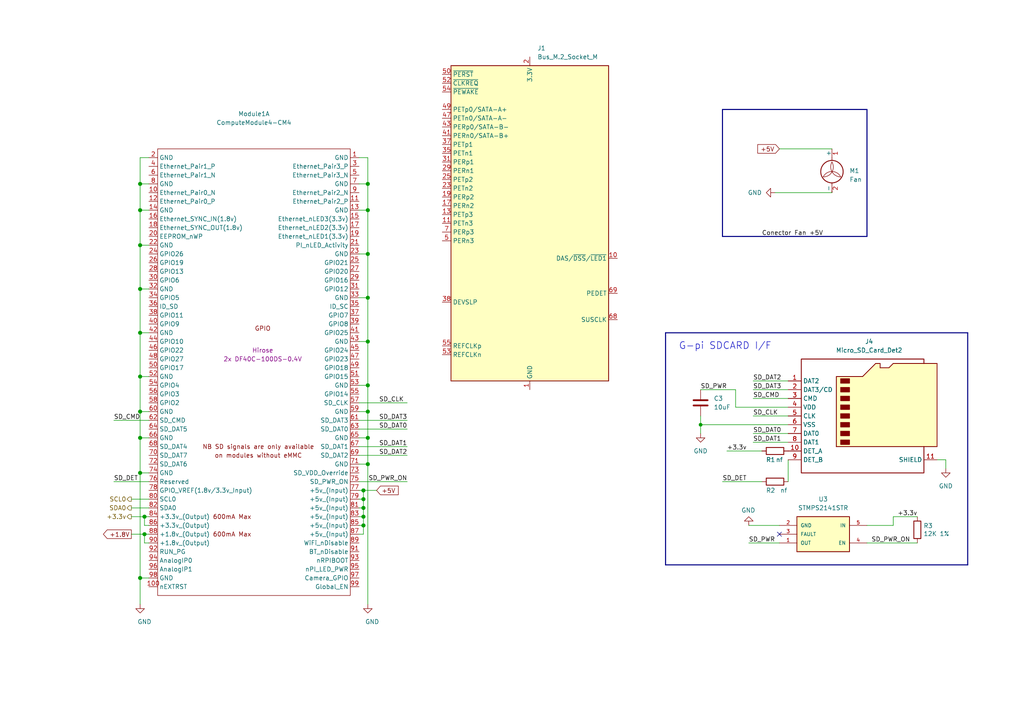
<source format=kicad_sch>
(kicad_sch (version 20230121) (generator eeschema)
  (paper "A4")
  (title_block (title "base") (date "2024-07-13") (rev "v01") (comment 2 "creativecommons.org/licenses/by-sa/4.0") (comment 3 "License: CC BY 4.0") (comment 4 "Author: Lucas Gomes "))
  (lib_symbols
    (symbol "CM4IO:ComputeModule4-CM4"
      (property "Reference" "Module" (at 113.03 -68.58 0))
      (property "Value" "ComputeModule4-CM4" (at 140.97 2.54 0))
      (property "Manufacturer" "Hirose" (at 0 0 0))
      (property "MPN" "2x DF40C-100DS-0.4V" (at 0 -2.54 0))
      (property "MPN (Alt)" "2x DF40HC(3.0)-100DS-0.4V" (at 0 0 0))
      (symbol "ComputeModule4-CM4_1_0"
        (text "GPIO" (at 0 6.35 0) (effects (font (size 1.27 1.27))))
      )
      (symbol "ComputeModule4-CM4_1_1"
        (rectangle (start -30.48 -71.12) (end 25.4 58.42))
        (text "600mA Max" (at -8.89 -53.34 0) (effects (font (size 1.27 1.27))))
        (text "600mA Max" (at -8.89 -48.26 0) (effects (font (size 1.27 1.27))))
        (text "NB SD signals are only available" (at -1.27 -27.94 0) (effects (font (size 1.27 1.27))))
        (text "on modules without eMMC" (at -1.27 -30.48 0) (effects (font (size 1.27 1.27))))
        (pin power_in line (at 27.94 55.88 180) (length 2.54) (name "GND") (number "1"))
        (pin passive line (at -33.02 45.72 0) (length 2.54) (name "Ethernet_Pair0_N") (number "10"))
        (pin output line (at -33.02 -68.58 0) (length 2.54) (name "nEXTRST") (number "100"))
        (pin passive line (at 27.94 43.18 180) (length 2.54) (name "Ethernet_Pair2_P") (number "11"))
        (pin passive line (at -33.02 43.18 0) (length 2.54) (name "Ethernet_Pair0_P") (number "12"))
        (pin power_in line (at 27.94 40.64 180) (length 2.54) (name "GND") (number "13"))
        (pin power_in line (at -33.02 40.64 0) (length 2.54) (name "GND") (number "14"))
        (pin output line (at 27.94 38.1 180) (length 2.54) (name "Ethernet_nLED3(3.3v)") (number "15"))
        (pin input line (at -33.02 38.1 0) (length 2.54) (name "Ethernet_SYNC_IN(1.8v)") (number "16"))
        (pin output line (at 27.94 35.56 180) (length 2.54) (name "Ethernet_nLED2(3.3v)") (number "17"))
        (pin input line (at -33.02 35.56 0) (length 2.54) (name "Ethernet_SYNC_OUT(1.8v)") (number "18"))
        (pin output line (at 27.94 33.02 180) (length 2.54) (name "Ethernet_nLED1(3.3v)") (number "19"))
        (pin power_in line (at -33.02 55.88 0) (length 2.54) (name "GND") (number "2"))
        (pin passive line (at -33.02 33.02 0) (length 2.54) (name "EEPROM_nWP") (number "20"))
        (pin open_collector line (at 27.94 30.48 180) (length 2.54) (name "PI_nLED_Activity") (number "21"))
        (pin power_in line (at -33.02 30.48 0) (length 2.54) (name "GND") (number "22"))
        (pin power_in line (at 27.94 27.94 180) (length 2.54) (name "GND") (number "23"))
        (pin passive line (at -33.02 27.94 0) (length 2.54) (name "GPIO26") (number "24"))
        (pin passive line (at 27.94 25.4 180) (length 2.54) (name "GPIO21") (number "25"))
        (pin passive line (at -33.02 25.4 0) (length 2.54) (name "GPIO19") (number "26"))
        (pin passive line (at 27.94 22.86 180) (length 2.54) (name "GPIO20") (number "27"))
        (pin passive line (at -33.02 22.86 0) (length 2.54) (name "GPIO13") (number "28"))
        (pin passive line (at 27.94 20.32 180) (length 2.54) (name "GPIO16") (number "29"))
        (pin passive line (at 27.94 53.34 180) (length 2.54) (name "Ethernet_Pair3_P") (number "3"))
        (pin passive line (at -33.02 20.32 0) (length 2.54) (name "GPIO6") (number "30"))
        (pin passive line (at 27.94 17.78 180) (length 2.54) (name "GPIO12") (number "31"))
        (pin power_in line (at -33.02 17.78 0) (length 2.54) (name "GND") (number "32"))
        (pin power_in line (at 27.94 15.24 180) (length 2.54) (name "GND") (number "33"))
        (pin passive line (at -33.02 15.24 0) (length 2.54) (name "GPIO5") (number "34"))
        (pin passive line (at 27.94 12.7 180) (length 2.54) (name "ID_SC") (number "35"))
        (pin passive line (at -33.02 12.7 0) (length 2.54) (name "ID_SD") (number "36"))
        (pin passive line (at 27.94 10.16 180) (length 2.54) (name "GPIO7") (number "37"))
        (pin passive line (at -33.02 10.16 0) (length 2.54) (name "GPIO11") (number "38"))
        (pin passive line (at 27.94 7.62 180) (length 2.54) (name "GPIO8") (number "39"))
        (pin passive line (at -33.02 53.34 0) (length 2.54) (name "Ethernet_Pair1_P") (number "4"))
        (pin passive line (at -33.02 7.62 0) (length 2.54) (name "GPIO9") (number "40"))
        (pin passive line (at 27.94 5.08 180) (length 2.54) (name "GPIO25") (number "41"))
        (pin power_in line (at -33.02 5.08 0) (length 2.54) (name "GND") (number "42"))
        (pin power_in line (at 27.94 2.54 180) (length 2.54) (name "GND") (number "43"))
        (pin passive line (at -33.02 2.54 0) (length 2.54) (name "GPIO10") (number "44"))
        (pin passive line (at 27.94 0 180) (length 2.54) (name "GPIO24") (number "45"))
        (pin passive line (at -33.02 0 0) (length 2.54) (name "GPIO22") (number "46"))
        (pin passive line (at 27.94 -2.54 180) (length 2.54) (name "GPIO23") (number "47"))
        (pin passive line (at -33.02 -2.54 0) (length 2.54) (name "GPIO27") (number "48"))
        (pin passive line (at 27.94 -5.08 180) (length 2.54) (name "GPIO18") (number "49"))
        (pin passive line (at 27.94 50.8 180) (length 2.54) (name "Ethernet_Pair3_N") (number "5"))
        (pin passive line (at -33.02 -5.08 0) (length 2.54) (name "GPIO17") (number "50"))
        (pin passive line (at 27.94 -7.62 180) (length 2.54) (name "GPIO15") (number "51"))
        (pin power_in line (at -33.02 -7.62 0) (length 2.54) (name "GND") (number "52"))
        (pin power_in line (at 27.94 -10.16 180) (length 2.54) (name "GND") (number "53"))
        (pin passive line (at -33.02 -10.16 0) (length 2.54) (name "GPIO4") (number "54"))
        (pin passive line (at 27.94 -12.7 180) (length 2.54) (name "GPIO14") (number "55"))
        (pin passive line (at -33.02 -12.7 0) (length 2.54) (name "GPIO3") (number "56"))
        (pin passive line (at 27.94 -15.24 180) (length 2.54) (name "SD_CLK") (number "57"))
        (pin passive line (at -33.02 -15.24 0) (length 2.54) (name "GPIO2") (number "58"))
        (pin power_in line (at 27.94 -17.78 180) (length 2.54) (name "GND") (number "59"))
        (pin passive line (at -33.02 50.8 0) (length 2.54) (name "Ethernet_Pair1_N") (number "6"))
        (pin power_in line (at -33.02 -17.78 0) (length 2.54) (name "GND") (number "60"))
        (pin passive line (at 27.94 -20.32 180) (length 2.54) (name "SD_DAT3") (number "61"))
        (pin passive line (at -33.02 -20.32 0) (length 2.54) (name "SD_CMD") (number "62"))
        (pin passive line (at 27.94 -22.86 180) (length 2.54) (name "SD_DAT0") (number "63"))
        (pin passive line (at -33.02 -22.86 0) (length 2.54) (name "SD_DAT5") (number "64"))
        (pin power_in line (at 27.94 -25.4 180) (length 2.54) (name "GND") (number "65"))
        (pin power_in line (at -33.02 -25.4 0) (length 2.54) (name "GND") (number "66"))
        (pin passive line (at 27.94 -27.94 180) (length 2.54) (name "SD_DAT1") (number "67"))
        (pin passive line (at -33.02 -27.94 0) (length 2.54) (name "SD_DAT4") (number "68"))
        (pin passive line (at 27.94 -30.48 180) (length 2.54) (name "SD_DAT2") (number "69"))
        (pin power_in line (at 27.94 48.26 180) (length 2.54) (name "GND") (number "7"))
        (pin passive line (at -33.02 -30.48 0) (length 2.54) (name "SD_DAT7") (number "70"))
        (pin power_in line (at 27.94 -33.02 180) (length 2.54) (name "GND") (number "71"))
        (pin passive line (at -33.02 -33.02 0) (length 2.54) (name "SD_DAT6") (number "72"))
        (pin input line (at 27.94 -35.56 180) (length 2.54) (name "SD_VDD_Override") (number "73"))
        (pin power_in line (at -33.02 -35.56 0) (length 2.54) (name "GND") (number "74"))
        (pin output line (at 27.94 -38.1 180) (length 2.54) (name "SD_PWR_ON") (number "75"))
        (pin passive line (at -33.02 -38.1 0) (length 2.54) (name "Reserved") (number "76"))
        (pin power_in line (at 27.94 -40.64 180) (length 2.54) (name "+5v_(Input)") (number "77"))
        (pin power_in line (at -33.02 -40.64 0) (length 2.54) (name "GPIO_VREF(1.8v/3.3v_Input)") (number "78"))
        (pin power_in line (at 27.94 -43.18 180) (length 2.54) (name "+5v_(Input)") (number "79"))
        (pin power_in line (at -33.02 48.26 0) (length 2.54) (name "GND") (number "8"))
        (pin passive line (at -33.02 -43.18 0) (length 2.54) (name "SCL0") (number "80"))
        (pin power_in line (at 27.94 -45.72 180) (length 2.54) (name "+5v_(Input)") (number "81"))
        (pin passive line (at -33.02 -45.72 0) (length 2.54) (name "SDA0") (number "82"))
        (pin power_in line (at 27.94 -48.26 180) (length 2.54) (name "+5v_(Input)") (number "83"))
        (pin power_out line (at -33.02 -48.26 0) (length 2.54) (name "+3.3v_(Output)") (number "84"))
        (pin power_in line (at 27.94 -50.8 180) (length 2.54) (name "+5v_(Input)") (number "85"))
        (pin power_out line (at -33.02 -50.8 0) (length 2.54) (name "+3.3v_(Output)") (number "86"))
        (pin power_in line (at 27.94 -53.34 180) (length 2.54) (name "+5v_(Input)") (number "87"))
        (pin power_out line (at -33.02 -53.34 0) (length 2.54) (name "+1.8v_(Output)") (number "88"))
        (pin power_in line (at 27.94 -55.88 180) (length 2.54) (name "WiFi_nDisable") (number "89"))
        (pin passive line (at 27.94 45.72 180) (length 2.54) (name "Ethernet_Pair2_N") (number "9"))
        (pin power_out line (at -33.02 -55.88 0) (length 2.54) (name "+1.8v_(Output)") (number "90"))
        (pin power_in line (at 27.94 -58.42 180) (length 2.54) (name "BT_nDisable") (number "91"))
        (pin passive line (at -33.02 -58.42 0) (length 2.54) (name "RUN_PG") (number "92"))
        (pin input line (at 27.94 -60.96 180) (length 2.54) (name "nRPIBOOT") (number "93"))
        (pin passive line (at -33.02 -60.96 0) (length 2.54) (name "AnalogIP0") (number "94"))
        (pin output line (at 27.94 -63.5 180) (length 2.54) (name "nPI_LED_PWR") (number "95"))
        (pin passive line (at -33.02 -63.5 0) (length 2.54) (name "AnalogIP1") (number "96"))
        (pin passive line (at 27.94 -66.04 180) (length 2.54) (name "Camera_GPIO") (number "97"))
        (pin power_in line (at -33.02 -66.04 0) (length 2.54) (name "GND") (number "98"))
        (pin input line (at 27.94 -68.58 180) (length 2.54) (name "Global_EN") (number "99"))
      )
      (symbol "ComputeModule4-CM4_2_1"
        (rectangle (start 114.3 -66.04) (end 165.1 63.5))
        (text "High Speed Serial" (at 140.97 0 0) (effects (font (size 1.27 1.27))))
        (pin input line (at 170.18 60.96 180) (length 5.08) (name "USB_OTG_ID") (number "101"))
        (pin input line (at 109.22 60.96 0) (length 5.08) (name "PCIe_CLK_nREQ") (number "102"))
        (pin passive line (at 170.18 58.42 180) (length 5.08) (name "USB2_N") (number "103"))
        (pin passive line (at 109.22 58.42 0) (length 5.08) (name "Reserved") (number "104"))
        (pin passive line (at 170.18 55.88 180) (length 5.08) (name "USB2_P") (number "105"))
        (pin passive line (at 109.22 55.88 0) (length 5.08) (name "Reserved") (number "106"))
        (pin power_in line (at 170.18 53.34 180) (length 5.08) (name "GND") (number "107"))
        (pin power_in line (at 109.22 53.34 0) (length 5.08) (name "GND") (number "108"))
        (pin bidirectional line (at 170.18 50.8 180) (length 5.08) (name "PCIe_nRST") (number "109"))
        (pin output line (at 109.22 50.8 0) (length 5.08) (name "PCIe_CLK_P") (number "110"))
        (pin passive line (at 170.18 48.26 180) (length 5.08) (name "VDAC_COMP") (number "111"))
        (pin output line (at 109.22 48.26 0) (length 5.08) (name "PCIe_CLK_N") (number "112"))
        (pin power_in line (at 170.18 45.72 180) (length 5.08) (name "GND") (number "113"))
        (pin power_in line (at 109.22 45.72 0) (length 5.08) (name "GND") (number "114"))
        (pin input line (at 170.18 43.18 180) (length 5.08) (name "CAM1_D0_N") (number "115"))
        (pin input line (at 109.22 43.18 0) (length 5.08) (name "PCIe_RX_P") (number "116"))
        (pin input line (at 170.18 40.64 180) (length 5.08) (name "CAM1_D0_P") (number "117"))
        (pin input line (at 109.22 40.64 0) (length 5.08) (name "PCIe_RX_N") (number "118"))
        (pin power_in line (at 170.18 38.1 180) (length 5.08) (name "GND") (number "119"))
        (pin power_in line (at 109.22 38.1 0) (length 5.08) (name "GND") (number "120"))
        (pin input line (at 170.18 35.56 180) (length 5.08) (name "CAM1_D1_N") (number "121"))
        (pin output line (at 109.22 35.56 0) (length 5.08) (name "PCIe_TX_P") (number "122"))
        (pin input line (at 170.18 33.02 180) (length 5.08) (name "CAM1_D1_P") (number "123"))
        (pin output line (at 109.22 33.02 0) (length 5.08) (name "PCIe_TX_N") (number "124"))
        (pin power_in line (at 170.18 30.48 180) (length 5.08) (name "GND") (number "125"))
        (pin power_in line (at 109.22 30.48 0) (length 5.08) (name "GND") (number "126"))
        (pin input line (at 170.18 27.94 180) (length 5.08) (name "CAM1_C_N") (number "127"))
        (pin input line (at 109.22 27.94 0) (length 5.08) (name "CAM0_D0_N") (number "128"))
        (pin input line (at 170.18 25.4 180) (length 5.08) (name "CAM1_C_P") (number "129"))
        (pin input line (at 109.22 25.4 0) (length 5.08) (name "CAM0_D0_P") (number "130"))
        (pin power_in line (at 170.18 22.86 180) (length 5.08) (name "GND") (number "131"))
        (pin power_in line (at 109.22 22.86 0) (length 5.08) (name "GND") (number "132"))
        (pin input line (at 170.18 20.32 180) (length 5.08) (name "CAM1_D2_N") (number "133"))
        (pin input line (at 109.22 20.32 0) (length 5.08) (name "CAM0_D1_N") (number "134"))
        (pin input line (at 170.18 17.78 180) (length 5.08) (name "CAM1_D2_P") (number "135"))
        (pin input line (at 109.22 17.78 0) (length 5.08) (name "CAM0_D1_P") (number "136"))
        (pin power_in line (at 170.18 15.24 180) (length 5.08) (name "GND") (number "137"))
        (pin power_in line (at 109.22 15.24 0) (length 5.08) (name "GND") (number "138"))
        (pin input line (at 170.18 12.7 180) (length 5.08) (name "CAM1_D3_N") (number "139"))
        (pin input line (at 109.22 12.7 0) (length 5.08) (name "CAM0_C_N") (number "140"))
        (pin input line (at 170.18 10.16 180) (length 5.08) (name "CAM1_D3_P") (number "141"))
        (pin input line (at 109.22 10.16 0) (length 5.08) (name "CAM0_C_P") (number "142"))
        (pin input line (at 170.18 7.62 180) (length 5.08) (name "HDMI1_HOTPLUG") (number "143"))
        (pin power_in line (at 109.22 7.62 0) (length 5.08) (name "GND") (number "144"))
        (pin bidirectional line (at 170.18 5.08 180) (length 5.08) (name "HDMI1_SDA") (number "145"))
        (pin output line (at 109.22 5.08 0) (length 5.08) (name "HDMI1_TX2_P") (number "146"))
        (pin open_collector line (at 170.18 2.54 180) (length 5.08) (name "HDMI1_SCL") (number "147"))
        (pin output line (at 109.22 2.54 0) (length 5.08) (name "HDMI1_TX2_N") (number "148"))
        (pin open_collector line (at 170.18 0 180) (length 5.08) (name "HDMI1_CEC") (number "149"))
        (pin power_in line (at 109.22 0 0) (length 5.08) (name "GND") (number "150"))
        (pin open_collector line (at 170.18 -2.54 180) (length 5.08) (name "HDMI0_CEC") (number "151"))
        (pin output line (at 109.22 -2.54 0) (length 5.08) (name "HDMI1_TX1_P") (number "152"))
        (pin input line (at 170.18 -5.08 180) (length 5.08) (name "HDMI0_HOTPLUG") (number "153"))
        (pin output line (at 109.22 -5.08 0) (length 5.08) (name "HDMI1_TX1_N") (number "154"))
        (pin power_in line (at 170.18 -7.62 180) (length 5.08) (name "GND") (number "155"))
        (pin power_in line (at 109.22 -7.62 0) (length 5.08) (name "GND") (number "156"))
        (pin output line (at 170.18 -10.16 180) (length 5.08) (name "DSI0_D0_N") (number "157"))
        (pin output line (at 109.22 -10.16 0) (length 5.08) (name "HDMI1_TX0_P") (number "158"))
        (pin output line (at 170.18 -12.7 180) (length 5.08) (name "DSI0_D0_P") (number "159"))
        (pin output line (at 109.22 -12.7 0) (length 5.08) (name "HDMI1_TX0_N") (number "160"))
        (pin power_in line (at 170.18 -15.24 180) (length 5.08) (name "GND") (number "161"))
        (pin power_in line (at 109.22 -15.24 0) (length 5.08) (name "GND") (number "162"))
        (pin output line (at 170.18 -17.78 180) (length 5.08) (name "DSI0_D1_N") (number "163"))
        (pin output line (at 109.22 -17.78 0) (length 5.08) (name "HDMI1_CLK_P") (number "164"))
        (pin output line (at 170.18 -20.32 180) (length 5.08) (name "DSI0_D1_P") (number "165"))
        (pin output line (at 109.22 -20.32 0) (length 5.08) (name "HDMI1_CLK_N") (number "166"))
        (pin power_in line (at 170.18 -22.86 180) (length 5.08) (name "GND") (number "167"))
        (pin power_in line (at 109.22 -22.86 0) (length 5.08) (name "GND") (number "168"))
        (pin output line (at 170.18 -25.4 180) (length 5.08) (name "DSI0_C_N") (number "169"))
        (pin output line (at 109.22 -25.4 0) (length 5.08) (name "HDMI0_TX2_P") (number "170"))
        (pin output line (at 170.18 -27.94 180) (length 5.08) (name "DSI0_C_P") (number "171"))
        (pin output line (at 109.22 -27.94 0) (length 5.08) (name "HDMI0_TX2_N") (number "172"))
        (pin power_in line (at 170.18 -30.48 180) (length 5.08) (name "GND") (number "173"))
        (pin power_in line (at 109.22 -30.48 0) (length 5.08) (name "GND") (number "174"))
        (pin output line (at 170.18 -33.02 180) (length 5.08) (name "DSI1_D0_N") (number "175"))
        (pin output line (at 109.22 -33.02 0) (length 5.08) (name "HDMI0_TX1_P") (number "176"))
        (pin output line (at 170.18 -35.56 180) (length 5.08) (name "DSI1_D0_P") (number "177"))
        (pin output line (at 109.22 -35.56 0) (length 5.08) (name "HDMI0_TX1_N") (number "178"))
        (pin power_in line (at 170.18 -38.1 180) (length 5.08) (name "GND") (number "179"))
        (pin power_in line (at 109.22 -38.1 0) (length 5.08) (name "GND") (number "180"))
        (pin output line (at 170.18 -40.64 180) (length 5.08) (name "DSI1_D1_N") (number "181"))
        (pin output line (at 109.22 -40.64 0) (length 5.08) (name "HDMI0_TX0_P") (number "182"))
        (pin output line (at 170.18 -43.18 180) (length 5.08) (name "DSI1_D1_P") (number "183"))
        (pin output line (at 109.22 -43.18 0) (length 5.08) (name "HDMI0_TX0_N") (number "184"))
        (pin power_in line (at 170.18 -45.72 180) (length 5.08) (name "GND") (number "185"))
        (pin power_in line (at 109.22 -45.72 0) (length 5.08) (name "GND") (number "186"))
        (pin output line (at 170.18 -48.26 180) (length 5.08) (name "DSI1_C_N") (number "187"))
        (pin output line (at 109.22 -48.26 0) (length 5.08) (name "HDMI0_CLK_P") (number "188"))
        (pin output line (at 170.18 -50.8 180) (length 5.08) (name "DSI1_C_P") (number "189"))
        (pin output line (at 109.22 -50.8 0) (length 5.08) (name "HDMI0_CLK_N") (number "190"))
        (pin power_in line (at 170.18 -53.34 180) (length 5.08) (name "GND") (number "191"))
        (pin power_in line (at 109.22 -53.34 0) (length 5.08) (name "GND") (number "192"))
        (pin output line (at 170.18 -55.88 180) (length 5.08) (name "DSI1_D2_N") (number "193"))
        (pin output line (at 109.22 -55.88 0) (length 5.08) (name "DSI1_D3_N") (number "194"))
        (pin output line (at 170.18 -58.42 180) (length 5.08) (name "DSI1_D2_P") (number "195"))
        (pin output line (at 109.22 -58.42 0) (length 5.08) (name "DSI1_D3_P") (number "196"))
        (pin power_in line (at 170.18 -60.96 180) (length 5.08) (name "GND") (number "197"))
        (pin power_in line (at 109.22 -60.96 0) (length 5.08) (name "GND") (number "198"))
        (pin bidirectional line (at 170.18 -63.5 180) (length 5.08) (name "HDMI0_SDA") (number "199"))
        (pin open_collector line (at 109.22 -63.5 0) (length 5.08) (name "HDMI0_SCL") (number "200"))
      )
    )
    (symbol "Connector:Bus_M.2_Socket_M"
      (property "Reference" "J" (at -22.86 46.99 0))
      (property "Value" "Bus_M.2_Socket_M" (at 16.51 46.99 0))
      (symbol "Bus_M.2_Socket_M_0_1"
        (rectangle (start -22.86 45.72) (end 22.86 -45.72) (stroke (width 0.254)) (fill (type background)))
      )
      (symbol "Bus_M.2_Socket_M_1_1"
        (pin power_in line (at 0 -48.26 90) (length 2.54) (name "GND") (number "1"))
        (pin bidirectional line (at 25.4 -10.16 180) (length 2.54) (name "DAS/~{DSS}/~{LED1}") (number "10"))
        (pin output line (at -25.4 0 0) (length 2.54) (name "PETn3") (number "11"))
        (pin passive line (at 0 48.26 270) (length 2.54) hide (name "3.3V") (number "12"))
        (pin output line (at -25.4 2.54 0) (length 2.54) (name "PETp3") (number "13"))
        (pin passive line (at 0 48.26 270) (length 2.54) hide (name "3.3V") (number "14"))
        (pin passive line (at 0 -48.26 90) (length 2.54) hide (name "GND") (number "15"))
        (pin passive line (at 0 48.26 270) (length 2.54) hide (name "3.3V") (number "16"))
        (pin input line (at -25.4 5.08 0) (length 2.54) (name "PERn2") (number "17"))
        (pin passive line (at 0 48.26 270) (length 2.54) hide (name "3.3V") (number "18"))
        (pin input line (at -25.4 7.62 0) (length 2.54) (name "PERp2") (number "19"))
        (pin power_in line (at 0 48.26 270) (length 2.54) (name "3.3V") (number "2"))
        (pin no_connect line (at 22.86 2.54 180) (length 2.54) hide (name "NC") (number "20"))
        (pin passive line (at 0 -48.26 90) (length 2.54) hide (name "GND") (number "21"))
        (pin no_connect line (at 22.86 5.08 180) (length 2.54) hide (name "NC") (number "22"))
        (pin output line (at -25.4 10.16 0) (length 2.54) (name "PETn2") (number "23"))
        (pin no_connect line (at 22.86 7.62 180) (length 2.54) hide (name "NC") (number "24"))
        (pin output line (at -25.4 12.7 0) (length 2.54) (name "PETp2") (number "25"))
        (pin no_connect line (at 22.86 10.16 180) (length 2.54) hide (name "NC") (number "26"))
        (pin passive line (at 0 -48.26 90) (length 2.54) hide (name "GND") (number "27"))
        (pin no_connect line (at 22.86 12.7 180) (length 2.54) hide (name "NC") (number "28"))
        (pin input line (at -25.4 15.24 0) (length 2.54) (name "PERn1") (number "29"))
        (pin passive line (at 0 -48.26 90) (length 2.54) hide (name "GND") (number "3"))
        (pin no_connect line (at 22.86 15.24 180) (length 2.54) hide (name "NC") (number "30"))
        (pin input line (at -25.4 17.78 0) (length 2.54) (name "PERp1") (number "31"))
        (pin no_connect line (at 22.86 17.78 180) (length 2.54) hide (name "NC") (number "32"))
        (pin passive line (at 0 -48.26 90) (length 2.54) hide (name "GND") (number "33"))
        (pin no_connect line (at 22.86 20.32 180) (length 2.54) hide (name "NC") (number "34"))
        (pin output line (at -25.4 20.32 0) (length 2.54) (name "PETn1") (number "35"))
        (pin no_connect line (at 22.86 22.86 180) (length 2.54) hide (name "NC") (number "36"))
        (pin output line (at -25.4 22.86 0) (length 2.54) (name "PETp1") (number "37"))
        (pin output line (at -25.4 -22.86 0) (length 2.54) (name "DEVSLP") (number "38"))
        (pin passive line (at 0 -48.26 90) (length 2.54) hide (name "GND") (number "39"))
        (pin passive line (at 0 48.26 270) (length 2.54) hide (name "3.3V") (number "4"))
        (pin no_connect line (at 22.86 25.4 180) (length 2.54) hide (name "NC") (number "40"))
        (pin input line (at -25.4 25.4 0) (length 2.54) (name "PERn0/SATA-B+") (number "41"))
        (pin no_connect line (at 22.86 27.94 180) (length 2.54) hide (name "NC") (number "42"))
        (pin input line (at -25.4 27.94 0) (length 2.54) (name "PERp0/SATA-B-") (number "43"))
        (pin no_connect line (at 22.86 30.48 180) (length 2.54) hide (name "NC") (number "44"))
        (pin passive line (at 0 -48.26 90) (length 2.54) hide (name "GND") (number "45"))
        (pin no_connect line (at 22.86 33.02 180) (length 2.54) hide (name "NC") (number "46"))
        (pin output line (at -25.4 30.48 0) (length 2.54) (name "PETn0/SATA-A-") (number "47"))
        (pin no_connect line (at 22.86 35.56 180) (length 2.54) hide (name "NC") (number "48"))
        (pin output line (at -25.4 33.02 0) (length 2.54) (name "PETp0/SATA-A+") (number "49"))
        (pin input line (at -25.4 -5.08 0) (length 2.54) (name "PERn3") (number "5"))
        (pin output line (at -25.4 43.18 0) (length 2.54) (name "~{PERST}") (number "50"))
        (pin passive line (at 0 -48.26 90) (length 2.54) hide (name "GND") (number "51"))
        (pin bidirectional line (at -25.4 40.64 0) (length 2.54) (name "~{CLKREQ}") (number "52"))
        (pin output line (at -25.4 -38.1 0) (length 2.54) (name "REFCLKn") (number "53"))
        (pin bidirectional line (at -25.4 38.1 0) (length 2.54) (name "~{PEWAKE}") (number "54"))
        (pin output line (at -25.4 -35.56 0) (length 2.54) (name "REFCLKp") (number "55"))
        (pin no_connect line (at 22.86 38.1 180) (length 2.54) hide (name "NC") (number "56"))
        (pin passive line (at 0 -48.26 90) (length 2.54) hide (name "GND") (number "57"))
        (pin no_connect line (at 22.86 40.64 180) (length 2.54) hide (name "NC") (number "58"))
        (pin no_connect line (at 22.86 -2.54 180) (length 2.54) hide (name "NC") (number "6"))
        (pin no_connect line (at 22.86 -5.08 180) (length 2.54) hide (name "NC") (number "67"))
        (pin output line (at 25.4 -27.94 180) (length 2.54) (name "SUSCLK") (number "68"))
        (pin passive line (at 25.4 -20.32 180) (length 2.54) (name "PEDET") (number "69"))
        (pin input line (at -25.4 -2.54 0) (length 2.54) (name "PERp3") (number "7"))
        (pin passive line (at 0 48.26 270) (length 2.54) hide (name "3.3V") (number "70"))
        (pin passive line (at 0 -48.26 90) (length 2.54) hide (name "GND") (number "71"))
        (pin passive line (at 0 48.26 270) (length 2.54) hide (name "3.3V") (number "72"))
        (pin passive line (at 0 -48.26 90) (length 2.54) hide (name "GND") (number "73"))
        (pin passive line (at 0 48.26 270) (length 2.54) hide (name "3.3V") (number "74"))
        (pin passive line (at 0 -48.26 90) (length 2.54) hide (name "GND") (number "75"))
        (pin no_connect line (at 22.86 0 180) (length 2.54) hide (name "NC") (number "8"))
        (pin passive line (at 0 -48.26 90) (length 2.54) hide (name "GND") (number "9"))
      )
    )
    (symbol "Connector:Micro_SD_Card_Det2"
      (property "Reference" "J" (at -16.51 17.78 0))
      (property "Value" "Micro_SD_Card_Det2" (at 16.51 17.78 0))
      (symbol "Micro_SD_Card_Det2_0_1"
        (rectangle (start -7.62 -6.985) (end -5.08 -8.255) (stroke (width 0.254)) (fill (type outline)))
        (rectangle (start -7.62 -4.445) (end -5.08 -5.715) (stroke (width 0.254)) (fill (type outline)))
        (rectangle (start -7.62 -1.905) (end -5.08 -3.175) (stroke (width 0.254)) (fill (type outline)))
        (rectangle (start -7.62 0.635) (end -5.08 -0.635) (stroke (width 0.254)) (fill (type outline)))
        (rectangle (start -7.62 3.175) (end -5.08 1.905) (stroke (width 0.254)) (fill (type outline)))
        (rectangle (start -7.62 5.715) (end -5.08 4.445) (stroke (width 0.254)) (fill (type outline)))
        (rectangle (start -7.62 8.255) (end -5.08 6.985) (stroke (width 0.254)) (fill (type outline)))
        (rectangle (start -7.62 10.795) (end -5.08 9.525) (stroke (width 0.254)) (fill (type outline)))
        (polyline (pts (xy 16.51 15.24) (xy 16.51 16.51) (xy -19.05 16.51) (xy -19.05 -16.51) (xy 16.51 -16.51) (xy 16.51 -8.89)) (stroke (width 0.254)))
        (polyline (pts (xy -8.89 -8.89) (xy -8.89 11.43) (xy -1.27 11.43) (xy 2.54 15.24) (xy 3.81 15.24) (xy 3.81 13.97) (xy 6.35 13.97) (xy 7.62 15.24) (xy 20.32 15.24) (xy 20.32 -8.89) (xy -8.89 -8.89)) (stroke (width 0.254)) (fill (type background)))
      )
      (symbol "Micro_SD_Card_Det2_1_1"
        (pin bidirectional line (at -22.86 10.16 0) (length 3.81) (name "DAT2") (number "1"))
        (pin passive line (at -22.86 -10.16 0) (length 3.81) (name "DET_A") (number "10"))
        (pin passive line (at 20.32 -12.7 180) (length 3.81) (name "SHIELD") (number "11"))
        (pin bidirectional line (at -22.86 7.62 0) (length 3.81) (name "DAT3/CD") (number "2"))
        (pin input line (at -22.86 5.08 0) (length 3.81) (name "CMD") (number "3"))
        (pin power_in line (at -22.86 2.54 0) (length 3.81) (name "VDD") (number "4"))
        (pin input line (at -22.86 0 0) (length 3.81) (name "CLK") (number "5"))
        (pin power_in line (at -22.86 -2.54 0) (length 3.81) (name "VSS") (number "6"))
        (pin bidirectional line (at -22.86 -5.08 0) (length 3.81) (name "DAT0") (number "7"))
        (pin bidirectional line (at -22.86 -7.62 0) (length 3.81) (name "DAT1") (number "8"))
        (pin passive line (at -22.86 -12.7 0) (length 3.81) (name "DET_B") (number "9"))
      )
    )
    (symbol "Device:C" (pin_numbers hide) (pin_names (offset 0.254))
      (property "Reference" "C" (at 0.635 2.54 0))
      (property "Value" "C" (at 0.635 -2.54 0))
      (symbol "C_0_1"
        (polyline (pts (xy -2.032 -0.762) (xy 2.032 -0.762)) (stroke (width 0.508)))
        (polyline (pts (xy -2.032 0.762) (xy 2.032 0.762)) (stroke (width 0.508)))
      )
      (symbol "C_1_1"
        (pin passive line (at 0 3.81 270) (length 2.794) (name "~") (number "1"))
        (pin passive line (at 0 -3.81 90) (length 2.794) (name "~") (number "2"))
      )
    )
    (symbol "Device:R" (pin_numbers hide) (pin_names (offset 0))
      (property "Reference" "R" (at 2.032 0 90))
      (property "Value" "R" (at 0 0 90))
      (symbol "R_0_1"
        (rectangle (start -1.016 -2.54) (end 1.016 2.54) (stroke (width 0.254)))
      )
      (symbol "R_1_1"
        (pin passive line (at 0 3.81 270) (length 1.27) (name "~") (number "1"))
        (pin passive line (at 0 -3.81 90) (length 1.27) (name "~") (number "2"))
      )
    )
    (symbol "GND_1" (power) (pin_names (offset 0))
      (property "Value" "GND_1" (at 0 -3.81 0))
      (symbol "GND_1_0_1"
        (polyline (pts (xy 0 0) (xy 0 -1.27) (xy 1.27 -1.27) (xy 0 -2.54) (xy -1.27 -1.27) (xy 0 -1.27)))
      )
      (symbol "GND_1_1_1"
        (pin power_in line (at 0 0 270) (length 0) hide (name "GND") (number "1"))
      )
    )
    (symbol "Motor:Fan" (pin_names (offset 0))
      (property "Reference" "M" (at 2.54 5.08 0))
      (property "Value" "Fan" (at 2.54 -2.54 0))
      (symbol "Fan_0_1"
        (arc (start -2.54 -0.508) (mid 0.0028 0.9121) (end 0 3.81))
        (polyline (pts (xy 0 -5.08) (xy 0 -4.572)))
        (polyline (pts (xy 0 -2.2352) (xy 0 -2.6416)))
        (polyline (pts (xy 0 4.2672) (xy 0 4.6228)))
        (polyline (pts (xy 0 4.572) (xy 0 5.08)))
        (circle (center 0 1.016) (radius 3.2512) (stroke (width 0.254)))
        (arc (start 0 3.81) (mid 0.053 0.921) (end 2.54 -0.508))
        (arc (start 2.54 -0.508) (mid 0 1.0618) (end -2.54 -0.508))
      )
      (symbol "Fan_1_1"
        (pin passive line (at 0 7.62 270) (length 2.54) (name "+") (number "1"))
        (pin passive line (at 0 -5.08 90) (length 2.54) (name "-") (number "2"))
      )
    )
    (symbol "STMPS2141STR:STMPS2141STR" (pin_names (offset 1.016))
      (property "Reference" "U" (at -7.3664 5.3343 0))
      (property "Value" "STMPS2141STR" (at -7.38 -6.8711 0))
      (symbol "STMPS2141STR_0_0"
        (rectangle (start -7.62 -5.08) (end 7.62 5.08) (stroke (width 0.254)) (fill (type background)))
        (pin output line (at 12.7 2.54 180) (length 5.08) (name "OUT") (number "1"))
        (pin power_in line (at 12.7 -2.54 180) (length 5.08) (name "GND") (number "2"))
        (pin output line (at 12.7 0 180) (length 5.08) (name "FAULT") (number "3"))
        (pin input line (at -12.7 2.54 0) (length 5.08) (name "EN") (number "4"))
        (pin input line (at -12.7 -2.54 0) (length 5.08) (name "IN") (number "5"))
      )
    )
    (symbol "power:GND" (power) (pin_names (offset 0))
      (property "Value" "GND" (at 0 -3.81 0))
      (symbol "GND_0_1"
        (polyline (pts (xy 0 0) (xy 0 -1.27) (xy 1.27 -1.27) (xy 0 -2.54) (xy -1.27 -1.27) (xy 0 -1.27)))
      )
      (symbol "GND_1_1"
        (pin power_in line (at 0 0 270) (length 0) hide (name "GND") (number "1"))
      )
    )
  )
  (junction (at 40.64 109.22) (diameter 1.016))
  (junction (at 106.68 53.34) (diameter 1.016))
  (junction (at 106.68 86.36) (diameter 1.016))
  (junction (at 40.64 137.16) (diameter 1.016))
  (junction (at 40.64 60.96) (diameter 1.016))
  (junction (at 105.41 152.4) (diameter 1.016))
  (junction (at 40.64 127) (diameter 1.016))
  (junction (at 40.64 96.52) (diameter 1.016))
  (junction (at 105.41 144.78) (diameter 1.016))
  (junction (at 106.68 119.38) (diameter 1.016))
  (junction (at 203.2 123.19))
  (junction (at 40.64 119.38) (diameter 1.016))
  (junction (at 106.68 99.06) (diameter 1.016))
  (junction (at 106.68 127) (diameter 1.016))
  (junction (at 40.64 53.34) (diameter 1.016))
  (junction (at 106.68 134.62) (diameter 1.016))
  (junction (at 106.68 73.66) (diameter 1.016))
  (junction (at 106.68 60.96) (diameter 1.016))
  (junction (at 41.91 149.86) (diameter 1.016))
  (junction (at 105.41 142.24) (diameter 1.016))
  (junction (at 105.41 147.32) (diameter 1.016))
  (junction (at 40.64 71.12) (diameter 1.016))
  (junction (at 40.64 83.82) (diameter 1.016))
  (junction (at 40.64 167.64) (diameter 1.016))
  (junction (at 106.68 111.76) (diameter 1.016))
  (junction (at 41.91 154.94) (diameter 1.016))
  (junction (at 105.41 149.86) (diameter 1.016))
  (no_connect (at 226.06 154.94))
  (wire (pts (xy 38.1 147.32) (xy 43.18 147.32)))
  (wire (pts (xy 41.91 157.48) (xy 41.91 154.94)))
  (wire (pts (xy 274.32 133.35) (xy 274.32 135.89)))
  (wire (pts (xy 104.14 124.46) (xy 118.11 124.46)))
  (wire (pts (xy 105.41 142.24) (xy 109.22 142.24)))
  (wire (pts (xy 38.1 144.78) (xy 43.18 144.78)))
  (bus (pts (xy 280.67 96.52) (xy 280.67 163.83)))
  (wire (pts (xy 40.64 119.38) (xy 43.18 119.38)))
  (wire (pts (xy 43.18 45.72) (xy 40.64 45.72)))
  (wire (pts (xy 210.82 130.81) (xy 220.98 130.81)))
  (wire (pts (xy 40.64 167.64) (xy 43.18 167.64)))
  (wire (pts (xy 104.14 132.08) (xy 118.11 132.08)))
  (wire (pts (xy 203.2 123.19) (xy 228.6 123.19)))
  (wire (pts (xy 43.18 152.4) (xy 41.91 152.4)))
  (wire (pts (xy 106.68 119.38) (xy 106.68 127)))
  (wire (pts (xy 40.64 83.82) (xy 40.64 96.52)))
  (wire (pts (xy 104.14 53.34) (xy 106.68 53.34)))
  (wire (pts (xy 33.02 121.92) (xy 43.18 121.92)))
  (wire (pts (xy 213.36 118.11) (xy 228.6 118.11)))
  (wire (pts (xy 40.64 45.72) (xy 40.64 53.34)))
  (wire (pts (xy 104.14 60.96) (xy 106.68 60.96)))
  (wire (pts (xy 104.14 45.72) (xy 106.68 45.72)))
  (wire (pts (xy 40.64 96.52) (xy 40.64 109.22)))
  (wire (pts (xy 40.64 109.22) (xy 43.18 109.22)))
  (wire (pts (xy 104.14 134.62) (xy 106.68 134.62)))
  (wire (pts (xy 40.64 71.12) (xy 43.18 71.12)))
  (wire (pts (xy 228.6 133.35) (xy 228.6 139.7)))
  (wire (pts (xy 106.68 99.06) (xy 106.68 111.76)))
  (wire (pts (xy 40.64 96.52) (xy 43.18 96.52)))
  (wire (pts (xy 226.06 152.4) (xy 217.17 152.4)))
  (wire (pts (xy 218.44 110.49) (xy 228.6 110.49)))
  (wire (pts (xy 41.91 149.86) (xy 43.18 149.86)))
  (wire (pts (xy 226.06 157.48) (xy 217.17 157.48)))
  (wire (pts (xy 106.68 111.76) (xy 106.68 119.38)))
  (wire (pts (xy 33.02 139.7) (xy 43.18 139.7)))
  (wire (pts (xy 105.41 152.4) (xy 105.41 149.86)))
  (wire (pts (xy 104.14 152.4) (xy 105.41 152.4)))
  (wire (pts (xy 105.41 149.86) (xy 105.41 147.32)))
  (wire (pts (xy 104.14 154.94) (xy 105.41 154.94)))
  (wire (pts (xy 218.44 128.27) (xy 228.6 128.27)))
  (wire (pts (xy 104.14 149.86) (xy 105.41 149.86)))
  (wire (pts (xy 106.68 86.36) (xy 106.68 99.06)))
  (wire (pts (xy 106.68 73.66) (xy 106.68 86.36)))
  (wire (pts (xy 105.41 144.78) (xy 105.41 142.24)))
  (wire (pts (xy 40.64 83.82) (xy 43.18 83.82)))
  (wire (pts (xy 271.78 133.35) (xy 274.32 133.35)))
  (wire (pts (xy 259.08 152.4) (xy 259.08 149.86)))
  (wire (pts (xy 218.44 125.73) (xy 228.6 125.73)))
  (wire (pts (xy 105.41 147.32) (xy 105.41 144.78)))
  (wire (pts (xy 218.44 115.57) (xy 228.6 115.57)))
  (wire (pts (xy 40.64 53.34) (xy 43.18 53.34)))
  (wire (pts (xy 203.2 113.03) (xy 213.36 113.03)))
  (wire (pts (xy 104.14 142.24) (xy 105.41 142.24)))
  (wire (pts (xy 209.55 139.7) (xy 220.98 139.7)))
  (wire (pts (xy 38.1 149.86) (xy 41.91 149.86)))
  (wire (pts (xy 104.14 121.92) (xy 118.11 121.92)))
  (wire (pts (xy 40.64 53.34) (xy 40.64 60.96)))
  (wire (pts (xy 40.64 119.38) (xy 40.64 127)))
  (bus (pts (xy 193.04 96.52) (xy 280.67 96.52)))
  (wire (pts (xy 40.64 127) (xy 40.64 137.16)))
  (wire (pts (xy 104.14 86.36) (xy 106.68 86.36)))
  (wire (pts (xy 105.41 154.94) (xy 105.41 152.4)))
  (wire (pts (xy 104.14 144.78) (xy 105.41 144.78)))
  (wire (pts (xy 203.2 120.65) (xy 203.2 123.19)))
  (bus (pts (xy 280.67 163.83) (xy 193.04 163.83)))
  (bus (pts (xy 193.04 163.83) (xy 193.04 96.52)))
  (wire (pts (xy 106.68 127) (xy 106.68 134.62)))
  (wire (pts (xy 40.64 109.22) (xy 40.64 119.38)))
  (wire (pts (xy 218.44 120.65) (xy 228.6 120.65)))
  (wire (pts (xy 40.64 71.12) (xy 40.64 83.82)))
  (wire (pts (xy 104.14 127) (xy 106.68 127)))
  (bus (pts (xy 209.55 31.75) (xy 209.55 68.58)))
  (wire (pts (xy 106.68 45.72) (xy 106.68 53.34)))
  (bus (pts (xy 209.55 31.75) (xy 251.46 31.75)))
  (wire (pts (xy 104.14 116.84) (xy 118.11 116.84)))
  (wire (pts (xy 104.14 139.7) (xy 118.11 139.7)))
  (wire (pts (xy 40.64 137.16) (xy 43.18 137.16)))
  (wire (pts (xy 104.14 119.38) (xy 106.68 119.38)))
  (wire (pts (xy 241.3 55.88) (xy 224.79 55.88)))
  (wire (pts (xy 43.18 157.48) (xy 41.91 157.48)))
  (wire (pts (xy 104.14 111.76) (xy 106.68 111.76)))
  (wire (pts (xy 40.64 127) (xy 43.18 127)))
  (wire (pts (xy 40.64 137.16) (xy 40.64 167.64)))
  (bus (pts (xy 251.46 68.58) (xy 209.55 68.58)))
  (wire (pts (xy 40.64 60.96) (xy 43.18 60.96)))
  (wire (pts (xy 106.68 134.62) (xy 106.68 175.26)))
  (wire (pts (xy 104.14 147.32) (xy 105.41 147.32)))
  (wire (pts (xy 266.065 149.86) (xy 259.08 149.86)))
  (wire (pts (xy 226.06 43.18) (xy 241.3 43.18)))
  (wire (pts (xy 38.1 154.94) (xy 41.91 154.94)))
  (wire (pts (xy 251.46 152.4) (xy 259.08 152.4)))
  (wire (pts (xy 251.46 157.48) (xy 266.065 157.48)))
  (wire (pts (xy 41.91 154.94) (xy 43.18 154.94)))
  (wire (pts (xy 106.68 53.34) (xy 106.68 60.96)))
  (wire (pts (xy 40.64 60.96) (xy 40.64 71.12)))
  (wire (pts (xy 106.68 60.96) (xy 106.68 73.66)))
  (wire (pts (xy 104.14 73.66) (xy 106.68 73.66)))
  (wire (pts (xy 218.44 113.03) (xy 228.6 113.03)))
  (wire (pts (xy 41.91 152.4) (xy 41.91 149.86)))
  (wire (pts (xy 104.14 99.06) (xy 106.68 99.06)))
  (wire (pts (xy 40.64 167.64) (xy 40.64 175.26)))
  (wire (pts (xy 213.36 113.03) (xy 213.36 118.11)))
  (wire (pts (xy 104.14 129.54) (xy 118.11 129.54)))
  (wire (pts (xy 203.2 123.19) (xy 203.2 125.73)))
  (bus (pts (xy 251.46 31.75) (xy 251.46 68.58)))
  (text "G-pi SDCARD I/F" (at 196.85 101.6 0) (effects (font (size 2.007 2.007)) (justify left bottom)))
  (label "+3.3v" (at 210.82 130.81 0))
  (label "SD_PWR_ON" (at 252.73 157.48 0))
  (label "Conector Fan +5V" (at 238.76 68.58 180))
  (label "+3.3v" (at 266.065 149.86 180))
  (label "SD_CMD" (at 218.44 115.57 0))
  (label "SD_PWR_ON" (at 118.11 139.7 180))
  (label "SD_DAT0" (at 218.44 125.73 0))
  (label "SD_DAT1" (at 118.11 129.54 180))
  (label "SD_DET" (at 33.02 139.7 0))
  (label "SD_PWR" (at 203.2 113.03 0))
  (label "SD_CLK" (at 218.44 120.65 0))
  (label "SD_DAT3" (at 118.11 121.92 180))
  (label "SD_DAT1" (at 218.44 128.27 0))
  (label "SD_DAT2" (at 118.11 132.08 180))
  (label "SD_CMD" (at 33.02 121.92 0))
  (label "SD_CLK " (at 118.11 116.84 180))
  (label "SD_DET" (at 209.55 139.7 0))
  (label "SD_PWR" (at 217.17 157.48 0))
  (label "SD_DAT2" (at 218.44 110.49 0))
  (label "SD_DAT0" (at 118.11 124.46 180))
  (label "SD_DAT3" (at 218.44 113.03 0))
  (global_label "+5V" (shape input) (at 226.06 43.18 180) (property "Intersheetrefs" "${INTERSHEET_REFS}" (effects hide)))
  (global_label "+1.8V" (shape output) (at 38.1 154.94 180) (property "Intersheetrefs" "${INTERSHEET_REFS}" (effects hide)))
  (global_label "+5V" (shape input) (at 109.22 142.24 0) (property "Intersheetrefs" "${INTERSHEET_REFS}" (effects hide)))
  (hierarchical_label "+3.3v" (shape output) (at 38.1 149.86 180))
  (hierarchical_label "SDA0" (shape output) (at 38.1 147.32 180))
  (hierarchical_label "SCL0" (shape output) (at 38.1 144.78 180))
  (symbol (lib_name "GND_1") (lib_id "power:GND") (at 203.2 125.73 0) (unit 1)
    (property "Reference" "#PWR06" (effects hide))
    (property "Value" "GND" (at 203.2 130.81 0))
  )
  (symbol (lib_id "power:GND") (at 224.79 55.88 270) (unit 1)
    (property "Reference" "#PWR010" (effects hide))
    (property "Value" "GND" (at 220.98 55.88 90) (effects (justify right)))
  )
  (symbol (lib_id "power:GND") (at 40.64 175.26 0) (unit 1)
    (property "Reference" "#PWR018" (effects hide))
    (property "Value" "GND" (at 41.91 180.34 0))
  )
  (symbol (lib_id "power:GND") (at 106.68 175.26 0) (unit 1)
    (property "Reference" "#PWR019" (effects hide))
    (property "Value" "GND" (at 107.95 180.34 0))
  )
  (symbol (lib_id "Connector:Bus_M.2_Socket_M") (at 153.67 64.77 0) (unit 1)
    (property "Reference" "J1" (at 155.8641 13.97 0) (effects (justify left)))
    (property "Value" "Bus_M.2_Socket_M" (at 155.8641 16.51 0) (effects (justify left)))
    (property "Datasheet" "http://read.pudn.com/downloads794/doc/project/3133918/PCIe_M.2_Electromechanical_Spec_Rev1.0_Final_11012013_RS_Clean.pdf#page=155" (effects hide))
  )
  (symbol (lib_id "CM4IO:ComputeModule4-CM4") (at 76.2 101.6 0) (unit 1)
    (property "Reference" "Module1" (at 73.66 33.02 0))
    (property "Value" "ComputeModule4-CM4" (at 73.66 35.56 0))
    (property "Footprint" "CM4IO:Raspberry-Pi-4-Compute-Module" (effects hide))
    (property "Manufacturer" "Hirose" (at 76.2 101.6 0))
    (property "MPN" "2x DF40C-100DS-0.4V" (at 76.2 104.14 0))
    (property "Digi-Key_PN" "2x H11615CT-ND" (effects hide))
    (property "Digi-Key_PN (Alt)" "2x H124602CT-ND" (effects hide))
  )
  (symbol (lib_id "Device:C") (at 203.2 116.84 0) (unit 1)
    (property "Reference" "C3" (at 207.01 115.57 0) (effects (justify left)))
    (property "Value" "10uF" (at 207.01 118.11 0) (effects (justify left)))
    (property "Footprint" "Capacitor_SMD:C_0201_0603Metric" (effects hide))
  )
  (symbol (lib_id "Device:R") (at 224.79 130.81 270) (unit 1)
    (property "Reference" "R1" (at 223.52 133.35 90))
    (property "Value" "nf" (at 226.06 133.35 90))
    (property "Footprint" "Resistor_SMD:R_0201_0603Metric_Pad0.64x0.40mm_HandSolder" (effects hide))
  )
  (symbol (lib_id "Motor:Fan") (at 241.3 50.8 0) (unit 1)
    (property "Reference" "M1" (at 246.38 49.53 0) (effects (justify left)))
    (property "Value" "Fan" (at 246.38 52.07 0) (effects (justify left)))
    (property "Footprint" "Connector_PinHeader_2.54mm:PinHeader_1x02_P2.54mm_Horizontal" (effects hide))
  )
  (symbol (lib_name "GND_1") (lib_id "power:GND") (at 274.32 135.89 0) (unit 1)
    (property "Reference" "#PWR07" (effects hide))
    (property "Value" "GND" (at 274.32 140.97 0))
  )
  (symbol (lib_id "STMPS2141STR:STMPS2141STR") (at 238.76 154.94 180) (unit 1)
    (property "Reference" "U3" (at 238.76 144.78 0))
    (property "Value" "STMPS2141STR" (at 238.76 147.32 0))
    (property "Footprint" "STMPS2141STR:SOT95P280X145-5N" (effects hide))
    (property "MF" "STMicroelectronics" (effects hide))
    (property "Description" "\n                        \n                            Power Switch/Driver 1:1 N-Channel 500mA SOT-23-5\n                        \n" (effects hide))
    (property "Package" "SOT-23 STMicroelectronics" (effects hide))
    (property "Price" "None" (effects hide))
    (property "Check_prices" "https://www.snapeda.com/parts/STMPS2141STR/STMicroelectronics/view-part/?ref=eda" (effects hide))
    (property "SnapEDA_Link" "https://www.snapeda.com/parts/STMPS2141STR/STMicroelectronics/view-part/?ref=snap" (effects hide))
    (property "MP" "STMPS2141STR" (effects hide))
    (property "Availability" "Not in stock" (effects hide))
    (property "MANUFACTURER" "ST" (effects hide))
  )
  (symbol (lib_id "Connector:Micro_SD_Card_Det2") (at 251.46 120.65 0) (unit 1)
    (property "Reference" "J4" (at 252.095 99.06 0))
    (property "Value" "Micro_SD_Card_Det2" (at 252.095 101.6 0))
    (property "Footprint" "Connector_Card:microSD_HC_Hirose_DM3BT-DSF-PEJS" (effects hide))
    (property "Datasheet" "https://www.hirose.com/en/product/document?clcode=&productname=&series=DM3&documenttype=Catalog&lang=en&documentid=D49662_en" (effects hide))
  )
  (symbol (lib_id "power:GND") (at 217.17 152.4 180) (unit 1)
    (property "Reference" "#PWR08" (effects hide))
    (property "Value" "GND" (at 217.043 148.0058 0))
    (instances (project "base" (path "" (reference "#PWR08") (unit 1))) (project "CM4IOv5" (path "" (reference "#PWR0113") (unit 1))))
  )
  (symbol (lib_id "Device:R") (at 224.79 139.7 270) (unit 1)
    (property "Reference" "R2" (at 223.52 142.24 90))
    (property "Value" "nf" (at 227.33 142.24 90))
    (property "Footprint" "Resistor_SMD:R_0201_0603Metric_Pad0.64x0.40mm_HandSolder" (effects hide))
  )
  (symbol (lib_id "Device:R") (at 266.065 153.67 0) (unit 1)
    (property "Reference" "R3" (at 267.843 152.5016 0) (effects (justify left)))
    (property "Value" "12K 1%" (at 267.843 154.813 0) (effects (justify left)))
    (property "Footprint" "Resistor_SMD:R_0402_1005Metric" (effects hide))
    (property "Datasheet" "https://fscdn.rohm.com/en/products/databook/datasheet/passive/resistor/chip_resistor/mcr-e.pdf" (effects hide))
    (property "Field4" "Farnell" (effects hide))
    (property "Field5" "9239367" (effects hide))
    (property "Field7" "Rohm" (effects hide))
    (property "Field6" "MCR01MZPF1202" (effects hide))
    (property "Part Description" "Resistor 12K M1005 1% 63mW" (effects hide))
    (instances (project "base" (path "" (reference "R3") (unit 1))) (project "CM4IOv5" (path "" (reference "R29") (unit 1))))
  )
)
</source>
